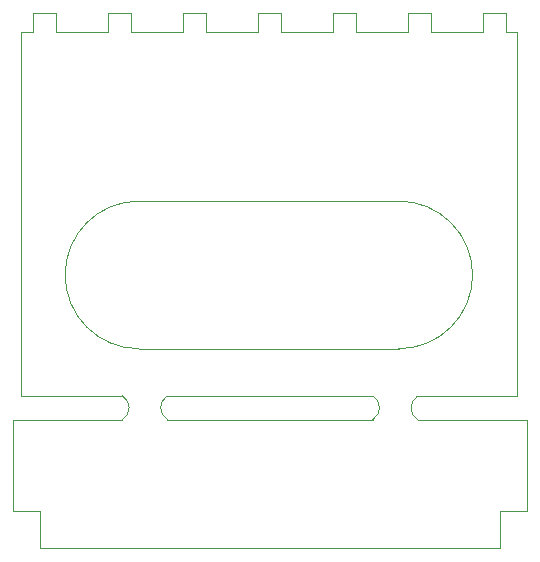
<source format=gbr>
%TF.GenerationSoftware,KiCad,Pcbnew,(5.1.10)-1*%
%TF.CreationDate,2021-08-21T19:47:19+01:00*%
%TF.ProjectId,SLT_interconnect,534c545f-696e-4746-9572-636f6e6e6563,00*%
%TF.SameCoordinates,Original*%
%TF.FileFunction,Profile,NP*%
%FSLAX46Y46*%
G04 Gerber Fmt 4.6, Leading zero omitted, Abs format (unit mm)*
G04 Created by KiCad (PCBNEW (5.1.10)-1) date 2021-08-21 19:47:19*
%MOMM*%
%LPD*%
G01*
G04 APERTURE LIST*
%TA.AperFunction,Profile*%
%ADD10C,0.050000*%
%TD*%
G04 APERTURE END LIST*
D10*
X118650000Y-77400000D02*
X127900000Y-77400000D01*
X97450000Y-77400000D02*
X114850000Y-77400000D01*
X118650000Y-75400000D02*
X127100000Y-75400000D01*
X97450000Y-75400000D02*
X114850000Y-75400000D01*
X117050000Y-71400000D02*
X95050000Y-71400000D01*
X95050000Y-58900000D02*
X117050000Y-58900000D01*
X117050000Y-58900000D02*
G75*
G02*
X117050000Y-71400000I0J-6250000D01*
G01*
X95050000Y-71400000D02*
G75*
G02*
X95050000Y-58900000I0J6250000D01*
G01*
X127100000Y-75400000D02*
X127100000Y-44600000D01*
X85100000Y-75400000D02*
X93650000Y-75400000D01*
X85100000Y-44600000D02*
X85100000Y-75400000D01*
X86050000Y-44600000D02*
X85100000Y-44600000D01*
X126150000Y-44600000D02*
X127100000Y-44600000D01*
X119800000Y-44600000D02*
X124150000Y-44600000D01*
X113450000Y-44600000D02*
X117800000Y-44600000D01*
X107100000Y-44600000D02*
X111450000Y-44600000D01*
X100750000Y-44600000D02*
X105100000Y-44600000D01*
X94400000Y-44600000D02*
X98750000Y-44600000D01*
X88050000Y-44600000D02*
X92400000Y-44600000D01*
X88050000Y-43000000D02*
X88050000Y-44600000D01*
X94400000Y-43000000D02*
X94400000Y-44600000D01*
X100750000Y-43000000D02*
X100750000Y-44600000D01*
X86050000Y-44600000D02*
X86050000Y-43000000D01*
X92400000Y-44600000D02*
X92400000Y-43000000D01*
X98750000Y-44600000D02*
X98750000Y-43000000D01*
X86050000Y-43000000D02*
X88050000Y-43000000D01*
X92400000Y-43000000D02*
X94400000Y-43000000D01*
X98750000Y-43000000D02*
X100750000Y-43000000D01*
X126150000Y-43000000D02*
X126150000Y-44600000D01*
X119800000Y-43000000D02*
X119800000Y-44600000D01*
X113450000Y-43000000D02*
X113450000Y-44600000D01*
X124150000Y-44600000D02*
X124150000Y-43000000D01*
X117800000Y-44600000D02*
X117800000Y-43000000D01*
X111450000Y-44600000D02*
X111450000Y-43000000D01*
X124150000Y-43000000D02*
X126150000Y-43000000D01*
X117800000Y-43000000D02*
X119800000Y-43000000D01*
X111450000Y-43000000D02*
X113450000Y-43000000D01*
X107100000Y-43000000D02*
X107100000Y-44600000D01*
X105100000Y-43000000D02*
X107100000Y-43000000D01*
X105100000Y-44600000D02*
X105100000Y-43000000D01*
X84400000Y-85100000D02*
X84400000Y-77400000D01*
X86700000Y-85100000D02*
X84400000Y-85100000D01*
X86700000Y-88300000D02*
X86700000Y-85100000D01*
X125600000Y-88300000D02*
X86700000Y-88300000D01*
X125600000Y-85100000D02*
X125600000Y-88300000D01*
X127900000Y-85100000D02*
X125600000Y-85100000D01*
X127900000Y-77400000D02*
X127900000Y-85100000D01*
X84400000Y-77400000D02*
X93650000Y-77400000D01*
%TO.C,REF\u002A\u002A*%
X114850000Y-77400000D02*
G75*
G03*
X114850000Y-75400000I-600000J1000000D01*
G01*
X118650000Y-77400000D02*
G75*
G02*
X118650000Y-75400000I600000J1000000D01*
G01*
X93650000Y-77400000D02*
G75*
G03*
X93650000Y-75400000I-600000J1000000D01*
G01*
X97450000Y-77400000D02*
G75*
G02*
X97450000Y-75400000I600000J1000000D01*
G01*
%TD*%
M02*

</source>
